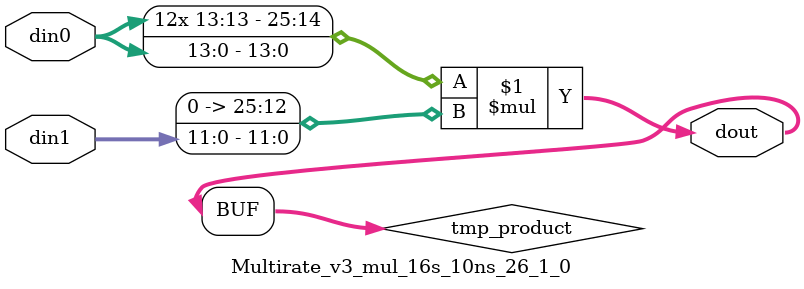
<source format=v>

`timescale 1 ns / 1 ps

 module Multirate_v3_mul_16s_10ns_26_1_0(din0, din1, dout);
parameter ID = 1;
parameter NUM_STAGE = 0;
parameter din0_WIDTH = 14;
parameter din1_WIDTH = 12;
parameter dout_WIDTH = 26;

input [din0_WIDTH - 1 : 0] din0; 
input [din1_WIDTH - 1 : 0] din1; 
output [dout_WIDTH - 1 : 0] dout;

wire signed [dout_WIDTH - 1 : 0] tmp_product;


























assign tmp_product = $signed(din0) * $signed({1'b0, din1});









assign dout = tmp_product;





















endmodule

</source>
